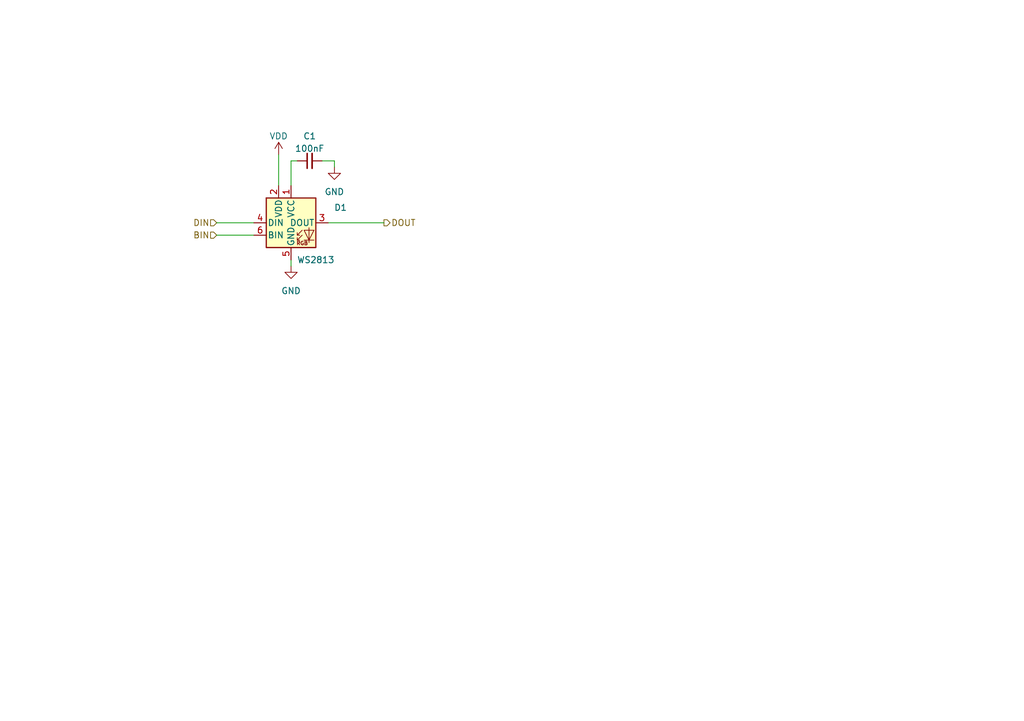
<source format=kicad_sch>
(kicad_sch (version 20230121) (generator eeschema)
  (paper "A5")
  (lib_symbols
    (symbol "Device:C_Small" (pin_numbers hide) (pin_names (offset 0.254) hide)
      (property "Reference" "C" (at 0.254 1.778 0))
      (property "Value" "C_Small" (at 0.254 -2.032 0))
      (symbol "C_Small_0_1"
        (polyline (pts (xy -1.524 -0.508) (xy 1.524 -0.508)) (stroke (width 0.3302)))
        (polyline (pts (xy -1.524 0.508) (xy 1.524 0.508)) (stroke (width 0.3048)))
      )
      (symbol "C_Small_1_1"
        (pin passive line (at 0 2.54 270) (length 2.032) (name "~") (number "1"))
        (pin passive line (at 0 -2.54 90) (length 2.032) (name "~") (number "2"))
      )
    )
    (symbol "LED:WS2813" (pin_names (offset 0.254))
      (property "Reference" "D" (at 5.08 5.715 0))
      (property "Value" "WS2813" (at 1.27 -5.715 0))
      (symbol "WS2813_0_0"
        (text "RGB" (at 2.286 -4.191 0) (effects (font (size 0.762 0.762))))
      )
      (symbol "WS2813_0_1"
        (polyline (pts (xy 1.27 -3.556) (xy 1.778 -3.556)))
        (polyline (pts (xy 1.27 -2.54) (xy 1.778 -2.54)))
        (polyline (pts (xy 4.699 -3.556) (xy 2.667 -3.556)))
        (polyline (pts (xy 2.286 -2.54) (xy 1.27 -3.556) (xy 1.27 -3.048)))
        (polyline (pts (xy 2.286 -1.524) (xy 1.27 -2.54) (xy 1.27 -2.032)))
        (polyline (pts (xy 3.683 -1.016) (xy 3.683 -3.556) (xy 3.683 -4.064)))
        (polyline (pts (xy 4.699 -1.524) (xy 2.667 -1.524) (xy 3.683 -3.556) (xy 4.699 -1.524)))
        (rectangle (start 5.08 5.08) (end -5.08 -5.08) (stroke (width 0.254)) (fill (type background)))
      )
      (symbol "WS2813_1_1"
        (pin power_in line (at 0 7.62 270) (length 2.54) (name "VCC") (number "1"))
        (pin power_in line (at -2.54 7.62 270) (length 2.54) (name "VDD") (number "2"))
        (pin output line (at 7.62 0 180) (length 2.54) (name "DOUT") (number "3"))
        (pin input line (at -7.62 0 0) (length 2.54) (name "DIN") (number "4"))
        (pin power_in line (at 0 -7.62 90) (length 2.54) (name "GND") (number "5"))
        (pin input line (at -7.62 -2.54 0) (length 2.54) (name "BIN") (number "6"))
      )
    )
    (symbol "power:GND" (power) (pin_names (offset 0))
      (property "Value" "GND" (at 0 -3.81 0))
      (symbol "GND_0_1"
        (polyline (pts (xy 0 0) (xy 0 -1.27) (xy 1.27 -1.27) (xy 0 -2.54) (xy -1.27 -1.27) (xy 0 -1.27)))
      )
      (symbol "GND_1_1"
        (pin power_in line (at 0 0 270) (length 0) hide (name "GND") (number "1"))
      )
    )
    (symbol "power:VDD" (power) (pin_names (offset 0))
      (property "Value" "VDD" (at 0 3.81 0))
      (symbol "VDD_0_1"
        (polyline (pts (xy -0.762 1.27) (xy 0 2.54)))
        (polyline (pts (xy 0 0) (xy 0 2.54)))
        (polyline (pts (xy 0 2.54) (xy 0.762 1.27)))
      )
      (symbol "VDD_1_1"
        (pin power_in line (at 0 0 90) (length 0) hide (name "VDD") (number "1"))
      )
    )
  )
  (wire (pts (xy 59.69 33.02) (xy 60.96 33.02)))
  (wire (pts (xy 59.69 38.1) (xy 59.69 33.02)))
  (wire (pts (xy 57.15 31.75) (xy 57.15 38.1)))
  (wire (pts (xy 68.58 33.02) (xy 68.58 34.29)))
  (wire (pts (xy 66.04 33.02) (xy 68.58 33.02)))
  (wire (pts (xy 44.45 48.26) (xy 52.07 48.26)))
  (wire (pts (xy 67.31 45.72) (xy 78.74 45.72)))
  (wire (pts (xy 59.69 53.34) (xy 59.69 54.61)))
  (wire (pts (xy 44.45 45.72) (xy 52.07 45.72)))
  (hierarchical_label "BIN" (shape input) (at 44.45 48.26 180))
  (hierarchical_label "DOUT" (shape output) (at 78.74 45.72 0))
  (hierarchical_label "DIN" (shape input) (at 44.45 45.72 180))
  (symbol (lib_id "power:GND") (at 59.69 54.61 0) (unit 1)
    (property "Reference" "#PWR01" (effects hide))
    (property "Value" "GND" (at 59.69 59.69 0))
    (instances (project "ledian-2.0" (path "" (reference "#PWR01") (unit 1)) (path "" (reference "#PWR01") (unit 1)) (path "" (reference "#PWR06") (unit 1)) (path "" (reference "#PWR09") (unit 1)) (path "" (reference "#PWR012") (unit 1)) (path "" (reference "#PWR015") (unit 1)) (path "" (reference "#PWR018") (unit 1)) (path "" (reference "#PWR021") (unit 1)) (path "" (reference "#PWR024") (unit 1)) (path "" (reference "#PWR027") (unit 1)) (path "" (reference "#PWR030") (unit 1)) (path "" (reference "#PWR033") (unit 1)) (path "" (reference "#PWR036") (unit 1)) (path "" (reference "#PWR039") (unit 1)) (path "" (reference "#PWR042") (unit 1)) (path "" (reference "#PWR045") (unit 1)) (path "" (reference "#PWR048") (unit 1)) (path "" (reference "#PWR051") (unit 1)) (path "" (reference "#PWR054") (unit 1)) (path "" (reference "#PWR057") (unit 1)) (path "" (reference "#PWR060") (unit 1)) (path "" (reference "#PWR063") (unit 1)) (path "" (reference "#PWR066") (unit 1)) (path "" (reference "#PWR069") (unit 1)) (path "" (reference "#PWR072") (unit 1)) (path "" (reference "#PWR075") (unit 1)) (path "" (reference "#PWR078") (unit 1)) (path "" (reference "#PWR081") (unit 1)) (path "" (reference "#PWR084") (unit 1)) (path "" (reference "#PWR087") (unit 1)) (path "" (reference "#PWR090") (unit 1)) (path "" (reference "#PWR093") (unit 1)) (path "" (reference "#PWR096") (unit 1)) (path "" (reference "#PWR099") (unit 1)) (path "" (reference "#PWR0102") (unit 1)) (path "" (reference "#PWR0105") (unit 1)) (path "" (reference "#PWR0108") (unit 1)) (path "" (reference "#PWR0111") (unit 1)) (path "" (reference "#PWR0114") (unit 1)) (path "" (reference "#PWR0117") (unit 1)) (path "" (reference "#PWR0120") (unit 1))))
  )
  (symbol (lib_id "LED:WS2813") (at 59.69 45.72 0) (unit 1)
    (property "Reference" "D1" (at 69.85 42.5959 0))
    (property "Value" "WS2813" (at 64.77 53.34 0))
    (property "Footprint" "LED_SMD:LED_WS2812_PLCC6_5.0x5.0mm_P1.6mm" (effects hide))
    (property "Datasheet" "http://www.normandled.com/upload/201605/WS2813%20LED%20Datasheet.pdf" (effects hide))
    (property "LCSC" "C5446699" (effects hide))
    (instances (project "ledian-2.0" (path "" (reference "D1") (unit 1)) (path "" (reference "D1") (unit 1)) (path "" (reference "D2") (unit 1)) (path "" (reference "D3") (unit 1)) (path "" (reference "D4") (unit 1)) (path "" (reference "D5") (unit 1)) (path "" (reference "D6") (unit 1)) (path "" (reference "D7") (unit 1)) (path "" (reference "D8") (unit 1)) (path "" (reference "D9") (unit 1)) (path "" (reference "D10") (unit 1)) (path "" (reference "D11") (unit 1)) (path "" (reference "D12") (unit 1)) (path "" (reference "D13") (unit 1)) (path "" (reference "D14") (unit 1)) (path "" (reference "D15") (unit 1)) (path "" (reference "D16") (unit 1)) (path "" (reference "D17") (unit 1)) (path "" (reference "D18") (unit 1)) (path "" (reference "D19") (unit 1)) (path "" (reference "D20") (unit 1)) (path "" (reference "D21") (unit 1)) (path "" (reference "D22") (unit 1)) (path "" (reference "D23") (unit 1)) (path "" (reference "D24") (unit 1)) (path "" (reference "D25") (unit 1)) (path "" (reference "D26") (unit 1)) (path "" (reference "D27") (unit 1)) (path "" (reference "D28") (unit 1)) (path "" (reference "D29") (unit 1)) (path "" (reference "D30") (unit 1)) (path "" (reference "D31") (unit 1)) (path "" (reference "D32") (unit 1)) (path "" (reference "D33") (unit 1)) (path "" (reference "D34") (unit 1)) (path "" (reference "D35") (unit 1)) (path "" (reference "D36") (unit 1)) (path "" (reference "D37") (unit 1)) (path "" (reference "D38") (unit 1)) (path "" (reference "D39") (unit 1)) (path "" (reference "D40") (unit 1))))
  )
  (symbol (lib_id "Device:C_Small") (at 63.5 33.02 90) (unit 1)
    (property "Reference" "C1" (at 63.5063 27.94 90))
    (property "Value" "100nF" (at 63.5063 30.48 90))
    (property "Footprint" "Capacitor_SMD:C_0805_2012Metric" (effects hide))
    (property "LCSC" "C599848" (effects hide))
    (instances (project "ledian-2.0" (path "" (reference "C1") (unit 1)) (path "" (reference "C2") (unit 1)) (path "" (reference "C3") (unit 1)) (path "" (reference "C4") (unit 1)) (path "" (reference "C5") (unit 1)) (path "" (reference "C6") (unit 1)) (path "" (reference "C7") (unit 1)) (path "" (reference "C8") (unit 1)) (path "" (reference "C9") (unit 1)) (path "" (reference "C10") (unit 1)) (path "" (reference "C11") (unit 1)) (path "" (reference "C12") (unit 1)) (path "" (reference "C13") (unit 1)) (path "" (reference "C14") (unit 1)) (path "" (reference "C15") (unit 1)) (path "" (reference "C16") (unit 1)) (path "" (reference "C17") (unit 1)) (path "" (reference "C18") (unit 1)) (path "" (reference "C19") (unit 1)) (path "" (reference "C20") (unit 1)) (path "" (reference "C21") (unit 1)) (path "" (reference "C22") (unit 1)) (path "" (reference "C23") (unit 1)) (path "" (reference "C24") (unit 1)) (path "" (reference "C25") (unit 1)) (path "" (reference "C26") (unit 1)) (path "" (reference "C27") (unit 1)) (path "" (reference "C28") (unit 1)) (path "" (reference "C29") (unit 1)) (path "" (reference "C30") (unit 1)) (path "" (reference "C31") (unit 1)) (path "" (reference "C32") (unit 1)) (path "" (reference "C33") (unit 1)) (path "" (reference "C34") (unit 1)) (path "" (reference "C35") (unit 1)) (path "" (reference "C36") (unit 1)) (path "" (reference "C37") (unit 1)) (path "" (reference "C38") (unit 1)) (path "" (reference "C39") (unit 1)) (path "" (reference "C40") (unit 1))))
  )
  (symbol (lib_id "power:VDD") (at 57.15 31.75 0) (unit 1)
    (property "Reference" "#PWR02" (effects hide))
    (property "Value" "VDD" (at 57.15 27.94 0))
    (instances (project "ledian-2.0" (path "" (reference "#PWR02") (unit 1)) (path "" (reference "#PWR05") (unit 1)) (path "" (reference "#PWR08") (unit 1)) (path "" (reference "#PWR011") (unit 1)) (path "" (reference "#PWR014") (unit 1)) (path "" (reference "#PWR017") (unit 1)) (path "" (reference "#PWR020") (unit 1)) (path "" (reference "#PWR023") (unit 1)) (path "" (reference "#PWR026") (unit 1)) (path "" (reference "#PWR029") (unit 1)) (path "" (reference "#PWR032") (unit 1)) (path "" (reference "#PWR035") (unit 1)) (path "" (reference "#PWR038") (unit 1)) (path "" (reference "#PWR041") (unit 1)) (path "" (reference "#PWR044") (unit 1)) (path "" (reference "#PWR047") (unit 1)) (path "" (reference "#PWR050") (unit 1)) (path "" (reference "#PWR053") (unit 1)) (path "" (reference "#PWR056") (unit 1)) (path "" (reference "#PWR059") (unit 1)) (path "" (reference "#PWR062") (unit 1)) (path "" (reference "#PWR065") (unit 1)) (path "" (reference "#PWR068") (unit 1)) (path "" (reference "#PWR071") (unit 1)) (path "" (reference "#PWR074") (unit 1)) (path "" (reference "#PWR077") (unit 1)) (path "" (reference "#PWR080") (unit 1)) (path "" (reference "#PWR083") (unit 1)) (path "" (reference "#PWR086") (unit 1)) (path "" (reference "#PWR089") (unit 1)) (path "" (reference "#PWR092") (unit 1)) (path "" (reference "#PWR095") (unit 1)) (path "" (reference "#PWR098") (unit 1)) (path "" (reference "#PWR0101") (unit 1)) (path "" (reference "#PWR0104") (unit 1)) (path "" (reference "#PWR0107") (unit 1)) (path "" (reference "#PWR0110") (unit 1)) (path "" (reference "#PWR0113") (unit 1)) (path "" (reference "#PWR0116") (unit 1)) (path "" (reference "#PWR0119") (unit 1))))
  )
  (symbol (lib_id "power:GND") (at 68.58 34.29 0) (unit 1)
    (property "Reference" "#PWR01" (effects hide))
    (property "Value" "GND" (at 68.58 39.37 0))
    (instances (project "ledian-2.0" (path "" (reference "#PWR01") (unit 1)) (path "" (reference "#PWR03") (unit 1)) (path "" (reference "#PWR07") (unit 1)) (path "" (reference "#PWR010") (unit 1)) (path "" (reference "#PWR013") (unit 1)) (path "" (reference "#PWR016") (unit 1)) (path "" (reference "#PWR019") (unit 1)) (path "" (reference "#PWR022") (unit 1)) (path "" (reference "#PWR025") (unit 1)) (path "" (reference "#PWR028") (unit 1)) (path "" (reference "#PWR031") (unit 1)) (path "" (reference "#PWR034") (unit 1)) (path "" (reference "#PWR037") (unit 1)) (path "" (reference "#PWR040") (unit 1)) (path "" (reference "#PWR043") (unit 1)) (path "" (reference "#PWR046") (unit 1)) (path "" (reference "#PWR049") (unit 1)) (path "" (reference "#PWR052") (unit 1)) (path "" (reference "#PWR055") (unit 1)) (path "" (reference "#PWR058") (unit 1)) (path "" (reference "#PWR061") (unit 1)) (path "" (reference "#PWR064") (unit 1)) (path "" (reference "#PWR067") (unit 1)) (path "" (reference "#PWR070") (unit 1)) (path "" (reference "#PWR073") (unit 1)) (path "" (reference "#PWR076") (unit 1)) (path "" (reference "#PWR079") (unit 1)) (path "" (reference "#PWR082") (unit 1)) (path "" (reference "#PWR085") (unit 1)) (path "" (reference "#PWR088") (unit 1)) (path "" (reference "#PWR091") (unit 1)) (path "" (reference "#PWR094") (unit 1)) (path "" (reference "#PWR097") (unit 1)) (path "" (reference "#PWR0100") (unit 1)) (path "" (reference "#PWR0103") (unit 1)) (path "" (reference "#PWR0106") (unit 1)) (path "" (reference "#PWR0109") (unit 1)) (path "" (reference "#PWR0112") (unit 1)) (path "" (reference "#PWR0115") (unit 1)) (path "" (reference "#PWR0118") (unit 1)) (path "" (reference "#PWR0121") (unit 1))))
  )
)
</source>
